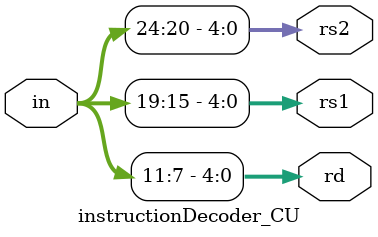
<source format=v>
module instructionDecoder_CU(in,rd, rs1,rs2);


input [31:0]in;

output [4:0]rd;
output [4:0]rs1;
output [4:0]rs2;
//output [11:0]imm;

assign rd=in[11:7];
assign rs1=in[19:15];
assign rs2=in[24:20];
//assign imm=in[31:20];

endmodule 
</source>
